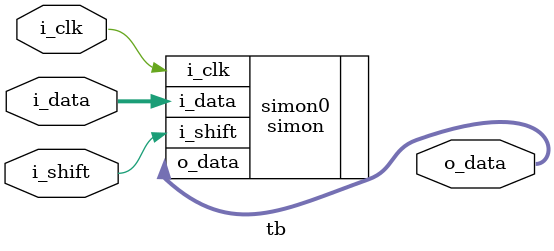
<source format=v>
`timescale 1ns/1ns
`default_nettype none

module tb (
	i_clk,
	i_shift,
	i_data,
	o_data
);

	initial begin
		$dumpfile ("tb.vcd");
		$dumpvars (0, tb);
		#1;
	end

	input  wire       i_clk;
	input  wire       i_shift;
	input  wire [3:0] i_data;
	output wire [3:0] o_data;

	simon simon0 (
		.i_clk(i_clk),
		.i_shift(i_shift),
		.i_data(i_data),
		.o_data(o_data)
	);

endmodule

</source>
